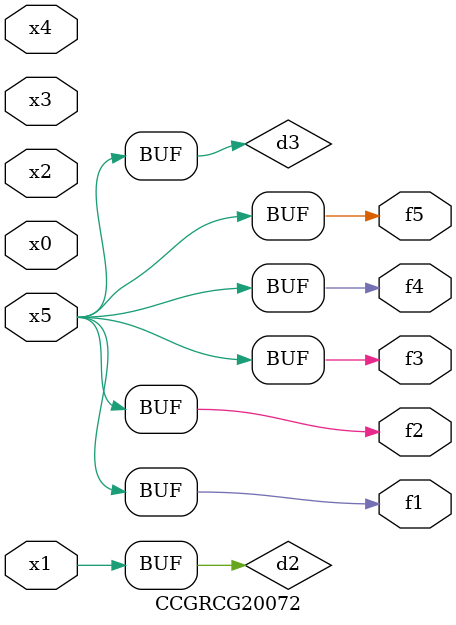
<source format=v>
module CCGRCG20072(
	input x0, x1, x2, x3, x4, x5,
	output f1, f2, f3, f4, f5
);

	wire d1, d2, d3;

	not (d1, x5);
	or (d2, x1);
	xnor (d3, d1);
	assign f1 = d3;
	assign f2 = d3;
	assign f3 = d3;
	assign f4 = d3;
	assign f5 = d3;
endmodule

</source>
